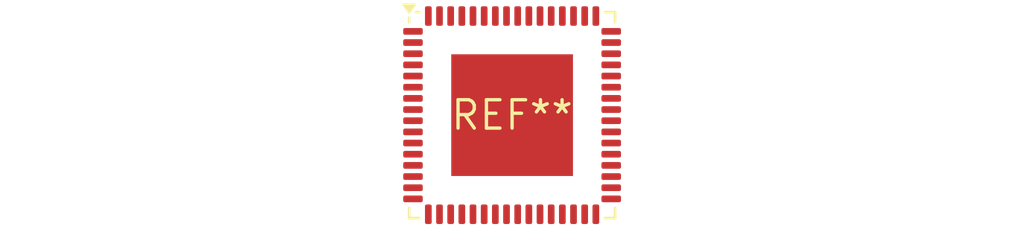
<source format=kicad_pcb>
(kicad_pcb (version 20240108) (generator pcbnew)
  (layers (0 "F.Cu" signal) (31 "B.Cu" signal) (34 "B.Paste" user) (35 "F.Paste" user) (36 "B.SilkS" user "B.Silkscreen") (37 "F.SilkS" user "F.Silkscreen") (38 "B.Mask" user) (39 "F.Mask" user) (44 "Edge.Cuts" user))
  (net 0 "")
  (footprint "QFN-64-1EP_9x9mm_P0.5mm_EP5.45x5.45mm" (layer "F.Cu") (at 0 0)
    (property "Reference" "REF**")
    (property "Value" "QFN-64-1EP_9x9mm_P0.5mm_EP5.45x5.45mm")
    (fp_line (start -4.61 -4.16) (end -4.61 -4.37) (layer "F.SilkS") (stroke (width 0.12)))
    (fp_line (start -4.61 4.61) (end -4.61 4.16) (layer "F.SilkS") (stroke (width 0.12)))
    (fp_line (start -4.16 -4.61) (end -4.31 -4.61) (layer "F.SilkS") (stroke (width 0.12)))
    (fp_line (start -4.16 4.61) (end -4.61 4.61) (layer "F.SilkS") (stroke (width 0.12)))
    (fp_line (start 4.16 -4.61) (end 4.61 -4.61) (layer "F.SilkS") (stroke (width 0.12)))
    (fp_line (start 4.16 4.61) (end 4.61 4.61) (layer "F.SilkS") (stroke (width 0.12)))
    (fp_line (start 4.61 -4.61) (end 4.61 -4.16) (layer "F.SilkS") (stroke (width 0.12)))
    (fp_line (start 4.61 4.61) (end 4.61 4.16) (layer "F.SilkS") (stroke (width 0.12)))
    (fp_poly (pts (xy -4.61 -4.61) (xy -4.85 -4.94) (xy -4.37 -4.94) (xy -4.61 -4.61)) (layer "F.SilkS") (stroke (width 0.12)) (fill solid))
    (pad "1" smd roundrect (at -4.4375 -3.75) (size 0.875 0.3) (layers "F.Cu" "F.Paste" "F.Mask"))
    (pad "2" smd roundrect (at -4.4375 -3.25) (size 0.875 0.3) (layers "F.Cu" "F.Paste" "F.Mask"))
    (pad "3" smd roundrect (at -4.4375 -2.75) (size 0.875 0.3) (layers "F.Cu" "F.Paste" "F.Mask"))
    (pad "4" smd roundrect (at -4.4375 -2.25) (size 0.875 0.3) (layers "F.Cu" "F.Paste" "F.Mask"))
    (pad "5" smd roundrect (at -4.4375 -1.75) (size 0.875 0.3) (layers "F.Cu" "F.Paste" "F.Mask"))
    (pad "6" smd roundrect (at -4.4375 -1.25) (size 0.875 0.3) (layers "F.Cu" "F.Paste" "F.Mask"))
    (pad "7" smd roundrect (at -4.4375 -0.75) (size 0.875 0.3) (layers "F.Cu" "F.Paste" "F.Mask"))
    (pad "8" smd roundrect (at -4.4375 -0.25) (size 0.875 0.3) (layers "F.Cu" "F.Paste" "F.Mask"))
    (pad "9" smd roundrect (at -4.4375 0.25) (size 0.875 0.3) (layers "F.Cu" "F.Paste" "F.Mask"))
    (pad "10" smd roundrect (at -4.4375 0.75) (size 0.875 0.3) (layers "F.Cu" "F.Paste" "F.Mask"))
    (pad "11" smd roundrect (at -4.4375 1.25) (size 0.875 0.3) (layers "F.Cu" "F.Paste" "F.Mask"))
    (pad "12" smd roundrect (at -4.4375 1.75) (size 0.875 0.3) (layers "F.Cu" "F.Paste" "F.Mask"))
    (pad "13" smd roundrect (at -4.4375 2.25) (size 0.875 0.3) (layers "F.Cu" "F.Paste" "F.Mask"))
    (pad "14" smd roundrect (at -4.4375 2.75) (size 0.875 0.3) (layers "F.Cu" "F.Paste" "F.Mask"))
    (pad "15" smd roundrect (at -4.4375 3.25) (size 0.875 0.3) (layers "F.Cu" "F.Paste" "F.Mask"))
    (pad "16" smd roundrect (at -4.4375 3.75) (size 0.875 0.3) (layers "F.Cu" "F.Paste" "F.Mask"))
    (pad "17" smd roundrect (at -3.75 4.4375) (size 0.3 0.875) (layers "F.Cu" "F.Paste" "F.Mask"))
    (pad "18" smd roundrect (at -3.25 4.4375) (size 0.3 0.875) (layers "F.Cu" "F.Paste" "F.Mask"))
    (pad "19" smd roundrect (at -2.75 4.4375) (size 0.3 0.875) (layers "F.Cu" "F.Paste" "F.Mask"))
    (pad "20" smd roundrect (at -2.25 4.4375) (size 0.3 0.875) (layers "F.Cu" "F.Paste" "F.Mask"))
    (pad "21" smd roundrect (at -1.75 4.4375) (size 0.3 0.875) (layers "F.Cu" "F.Paste" "F.Mask"))
    (pad "22" smd roundrect (at -1.25 4.4375) (size 0.3 0.875) (layers "F.Cu" "F.Paste" "F.Mask"))
    (pad "23" smd roundrect (at -0.75 4.4375) (size 0.3 0.875) (layers "F.Cu" "F.Paste" "F.Mask"))
    (pad "24" smd roundrect (at -0.25 4.4375) (size 0.3 0.875) (layers "F.Cu" "F.Paste" "F.Mask"))
    (pad "25" smd roundrect (at 0.25 4.4375) (size 0.3 0.875) (layers "F.Cu" "F.Paste" "F.Mask"))
    (pad "26" smd roundrect (at 0.75 4.4375) (size 0.3 0.875) (layers "F.Cu" "F.Paste" "F.Mask"))
    (pad "27" smd roundrect (at 1.25 4.4375) (size 0.3 0.875) (layers "F.Cu" "F.Paste" "F.Mask"))
    (pad "28" smd roundrect (at 1.75 4.4375) (size 0.3 0.875) (layers "F.Cu" "F.Paste" "F.Mask"))
    (pad "29" smd roundrect (at 2.25 4.4375) (size 0.3 0.875) (layers "F.Cu" "F.Paste" "F.Mask"))
    (pad "30" smd roundrect (at 2.75 4.4375) (size 0.3 0.875) (layers "F.Cu" "F.Paste" "F.Mask"))
    (pad "31" smd roundrect (at 3.25 4.4375) (size 0.3 0.875) (layers "F.Cu" "F.Paste" "F.Mask"))
    (pad "32" smd roundrect (at 3.75 4.4375) (size 0.3 0.875) (layers "F.Cu" "F.Paste" "F.Mask"))
    (pad "33" smd roundrect (at 4.4375 3.75) (size 0.875 0.3) (layers "F.Cu" "F.Paste" "F.Mask"))
    (pad "34" smd roundrect (at 4.4375 3.25) (size 0.875 0.3) (layers "F.Cu" "F.Paste" "F.Mask"))
    (pad "35" smd roundrect (at 4.4375 2.75) (size 0.875 0.3) (layers "F.Cu" "F.Paste" "F.Mask"))
    (pad "36" smd roundrect (at 4.4375 2.25) (size 0.875 0.3) (layers "F.Cu" "F.Paste" "F.Mask"))
    (pad "37" smd roundrect (at 4.4375 1.75) (size 0.875 0.3) (layers "F.Cu" "F.Paste" "F.Mask"))
    (pad "38" smd roundrect (at 4.4375 1.25) (size 0.875 0.3) (layers "F.Cu" "F.Paste" "F.Mask"))
    (pad "39" smd roundrect (at 4.4375 0.75) (size 0.875 0.3) (layers "F.Cu" "F.Paste" "F.Mask"))
    (pad "40" smd roundrect (at 4.4375 0.25) (size 0.875 0.3) (layers "F.Cu" "F.Paste" "F.Mask"))
    (pad "41" smd roundrect (at 4.4375 -0.25) (size 0.875 0.3) (layers "F.Cu" "F.Paste" "F.Mask"))
    (pad "42" smd roundrect (at 4.4375 -0.75) (size 0.875 0.3) (layers "F.Cu" "F.Paste" "F.Mask"))
    (pad "43" smd roundrect (at 4.4375 -1.25) (size 0.875 0.3) (layers "F.Cu" "F.Paste" "F.Mask"))
    (pad "44" smd roundrect (at 4.4375 -1.75) (size 0.875 0.3) (layers "F.Cu" "F.Paste" "F.Mask"))
    (pad "45" smd roundrect (at 4.4375 -2.25) (size 0.875 0.3) (layers "F.Cu" "F.Paste" "F.Mask"))
    (pad "46" smd roundrect (at 4.4375 -2.75) (size 0.875 0.3) (layers "F.Cu" "F.Paste" "F.Mask"))
    (pad "47" smd roundrect (at 4.4375 -3.25) (size 0.875 0.3) (layers "F.Cu" "F.Paste" "F.Mask"))
    (pad "48" smd roundrect (at 4.4375 -3.75) (size 0.875 0.3) (layers "F.Cu" "F.Paste" "F.Mask"))
    (pad "49" smd roundrect (at 3.75 -4.4375) (size 0.3 0.875) (layers "F.Cu" "F.Paste" "F.Mask"))
    (pad "50" smd roundrect (at 3.25 -4.4375) (size 0.3 0.875) (layers "F.Cu" "F.Paste" "F.Mask"))
    (pad "51" smd roundrect (at 2.75 -4.4375) (size 0.3 0.875) (layers "F.Cu" "F.Paste" "F.Mask"))
    (pad "52" smd roundrect (at 2.25 -4.4375) (size 0.3 0.875) (layers "F.Cu" "F.Paste" "F.Mask"))
    (pad "53" smd roundrect (at 1.75 -4.4375) (size 0.3 0.875) (layers "F.Cu" "F.Paste" "F.Mask"))
    (pad "54" smd roundrect (at 1.25 -4.4375) (size 0.3 0.875) (layers "F.Cu" "F.Paste" "F.Mask"))
    (pad "55" smd roundrect (at 0.75 -4.4375) (size 0.3 0.875) (layers "F.Cu" "F.Paste" "F.Mask"))
    (pad "56" smd roundrect (at 0.25 -4.4375) (size 0.3 0.875) (layers "F.Cu" "F.Paste" "F.Mask"))
    (pad "57" smd roundrect (at -0.25 -4.4375) (size 0.3 0.875) (layers "F.Cu" "F.Paste" "F.Mask"))
    (pad "58" smd roundrect (at -0.75 -4.4375) (size 0.3 0.875) (layers "F.Cu" "F.Paste" "F.Mask"))
    (pad "59" smd roundrect (at -1.25 -4.4375) (size 0.3 0.875) (layers "F.Cu" "F.Paste" "F.Mask"))
    (pad "60" smd roundrect (at -1.75 -4.4375) (size 0.3 0.875) (layers "F.Cu" "F.Paste" "F.Mask"))
    (pad "61" smd roundrect (at -2.25 -4.4375) (size 0.3 0.875) (layers "F.Cu" "F.Paste" "F.Mask"))
    (pad "62" smd roundrect (at -2.75 -4.4375) (size 0.3 0.875) (layers "F.Cu" "F.Paste" "F.Mask"))
    (pad "63" smd roundrect (at -3.25 -4.4375) (size 0.3 0.875) (layers "F.Cu" "F.Paste" "F.Mask"))
    (pad "64" smd roundrect (at -3.75 -4.4375) (size 0.3 0.875) (layers "F.Cu" "F.Paste" "F.Mask"))
    (pad "65" smd rect (at 0 0) (size 5.45 5.45) (property pad_prop_heatsink) (layers "F.Cu" "F.Mask"))
  )
)
</source>
